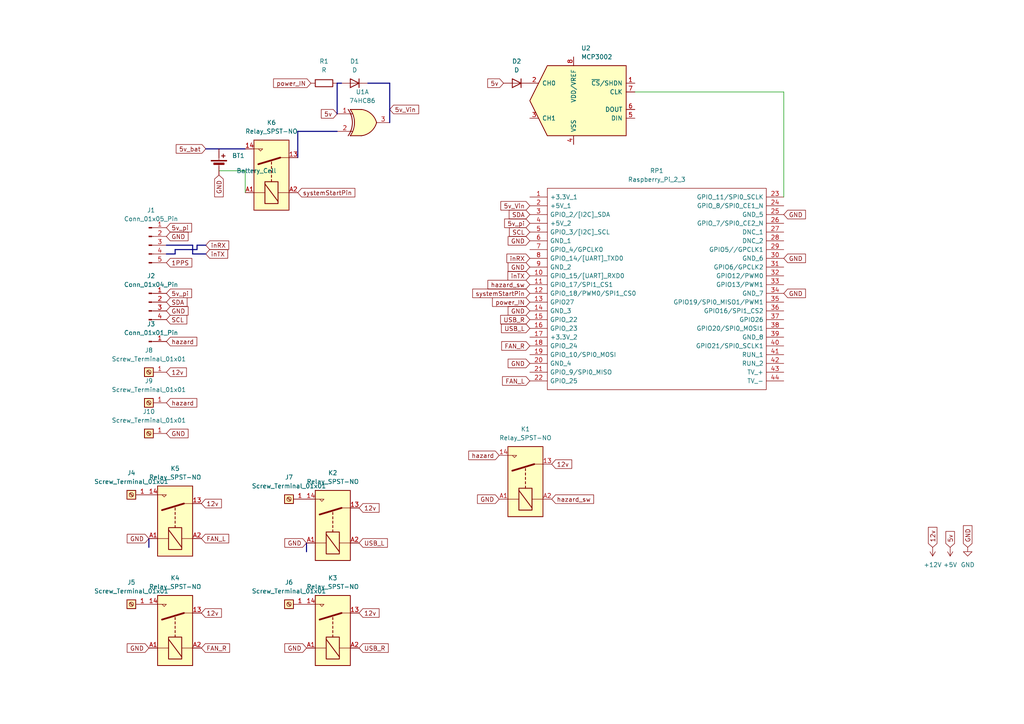
<source format=kicad_sch>
(kicad_sch (version 20230121) (generator eeschema)
  (paper "A4")
  (lib_symbols
    (symbol "74xx:74HC86" (pin_names (offset 1.016))
      (property "Reference" "U" (at 0 1.27 0))
      (property "Value" "74HC86" (at 0 -1.27 0))
      (symbol "74HC86_1_0"
        (arc (start -4.4196 -3.81) (mid -3.2033 0) (end -4.4196 3.81) (stroke (width 0.254)))
        (arc (start -3.81 -3.81) (mid -2.589 0) (end -3.81 3.81) (stroke (width 0.254)))
        (arc (start -0.6096 -3.81) (mid 2.1842 -2.5851) (end 3.81 0) (stroke (width 0.254)) (fill (type background)))
        (polyline (pts (xy -3.81 -3.81) (xy -0.635 -3.81)) (stroke (width 0.254)) (fill (type background)))
        (polyline (pts (xy -3.81 3.81) (xy -0.635 3.81)) (stroke (width 0.254)) (fill (type background)))
        (polyline (pts (xy -0.635 3.81) (xy -3.81 3.81) (xy -3.81 3.81) (xy -3.556 3.4036) (xy -3.0226 2.2606) (xy -2.6924 1.0414) (xy -2.6162 -0.254) (xy -2.7686 -1.4986) (xy -3.175 -2.7178) (xy -3.81 -3.81) (xy -3.81 -3.81) (xy -0.635 -3.81)) (stroke (width -25.4)) (fill (type background)))
        (arc (start 3.81 0) (mid 2.1915 2.5936) (end -0.6096 3.81) (stroke (width 0.254)) (fill (type background)))
        (pin input line (at -7.62 2.54 0) (length 4.445) (name "~") (number "1"))
        (pin input line (at -7.62 -2.54 0) (length 4.445) (name "~") (number "2"))
        (pin output line (at 7.62 0 180) (length 3.81) (name "~") (number "3"))
      )
      (symbol "74HC86_1_1"
        (polyline (pts (xy -3.81 -2.54) (xy -3.175 -2.54)) (stroke (width 0.1524)))
        (polyline (pts (xy -3.81 2.54) (xy -3.175 2.54)) (stroke (width 0.1524)))
      )
      (symbol "74HC86_2_0"
        (arc (start -4.4196 -3.81) (mid -3.2033 0) (end -4.4196 3.81) (stroke (width 0.254)))
        (arc (start -3.81 -3.81) (mid -2.589 0) (end -3.81 3.81) (stroke (width 0.254)))
        (arc (start -0.6096 -3.81) (mid 2.1842 -2.5851) (end 3.81 0) (stroke (width 0.254)) (fill (type background)))
        (polyline (pts (xy -3.81 -3.81) (xy -0.635 -3.81)) (stroke (width 0.254)) (fill (type background)))
        (polyline (pts (xy -3.81 3.81) (xy -0.635 3.81)) (stroke (width 0.254)) (fill (type background)))
        (polyline (pts (xy -0.635 3.81) (xy -3.81 3.81) (xy -3.81 3.81) (xy -3.556 3.4036) (xy -3.0226 2.2606) (xy -2.6924 1.0414) (xy -2.6162 -0.254) (xy -2.7686 -1.4986) (xy -3.175 -2.7178) (xy -3.81 -3.81) (xy -3.81 -3.81) (xy -0.635 -3.81)) (stroke (width -25.4)) (fill (type background)))
        (arc (start 3.81 0) (mid 2.1915 2.5936) (end -0.6096 3.81) (stroke (width 0.254)) (fill (type background)))
        (pin input line (at -7.62 2.54 0) (length 4.445) (name "~") (number "4"))
        (pin input line (at -7.62 -2.54 0) (length 4.445) (name "~") (number "5"))
        (pin output line (at 7.62 0 180) (length 3.81) (name "~") (number "6"))
      )
      (symbol "74HC86_2_1"
        (polyline (pts (xy -3.81 -2.54) (xy -3.175 -2.54)) (stroke (width 0.1524)))
        (polyline (pts (xy -3.81 2.54) (xy -3.175 2.54)) (stroke (width 0.1524)))
      )
      (symbol "74HC86_3_0"
        (arc (start -4.4196 -3.81) (mid -3.2033 0) (end -4.4196 3.81) (stroke (width 0.254)))
        (arc (start -3.81 -3.81) (mid -2.589 0) (end -3.81 3.81) (stroke (width 0.254)))
        (arc (start -0.6096 -3.81) (mid 2.1842 -2.5851) (end 3.81 0) (stroke (width 0.254)) (fill (type background)))
        (polyline (pts (xy -3.81 -3.81) (xy -0.635 -3.81)) (stroke (width 0.254)) (fill (type background)))
        (polyline (pts (xy -3.81 3.81) (xy -0.635 3.81)) (stroke (width 0.254)) (fill (type background)))
        (polyline (pts (xy -0.635 3.81) (xy -3.81 3.81) (xy -3.81 3.81) (xy -3.556 3.4036) (xy -3.0226 2.2606) (xy -2.6924 1.0414) (xy -2.6162 -0.254) (xy -2.7686 -1.4986) (xy -3.175 -2.7178) (xy -3.81 -3.81) (xy -3.81 -3.81) (xy -0.635 -3.81)) (stroke (width -25.4)) (fill (type background)))
        (arc (start 3.81 0) (mid 2.1915 2.5936) (end -0.6096 3.81) (stroke (width 0.254)) (fill (type background)))
        (pin input line (at -7.62 -2.54 0) (length 4.445) (name "~") (number "10"))
        (pin output line (at 7.62 0 180) (length 3.81) (name "~") (number "8"))
        (pin input line (at -7.62 2.54 0) (length 4.445) (name "~") (number "9"))
      )
      (symbol "74HC86_3_1"
        (polyline (pts (xy -3.81 -2.54) (xy -3.175 -2.54)) (stroke (width 0.1524)))
        (polyline (pts (xy -3.81 2.54) (xy -3.175 2.54)) (stroke (width 0.1524)))
      )
      (symbol "74HC86_4_0"
        (arc (start -4.4196 -3.81) (mid -3.2033 0) (end -4.4196 3.81) (stroke (width 0.254)))
        (arc (start -3.81 -3.81) (mid -2.589 0) (end -3.81 3.81) (stroke (width 0.254)))
        (arc (start -0.6096 -3.81) (mid 2.1842 -2.5851) (end 3.81 0) (stroke (width 0.254)) (fill (type background)))
        (polyline (pts (xy -3.81 -3.81) (xy -0.635 -3.81)) (stroke (width 0.254)) (fill (type background)))
        (polyline (pts (xy -3.81 3.81) (xy -0.635 3.81)) (stroke (width 0.254)) (fill (type background)))
        (polyline (pts (xy -0.635 3.81) (xy -3.81 3.81) (xy -3.81 3.81) (xy -3.556 3.4036) (xy -3.0226 2.2606) (xy -2.6924 1.0414) (xy -2.6162 -0.254) (xy -2.7686 -1.4986) (xy -3.175 -2.7178) (xy -3.81 -3.81) (xy -3.81 -3.81) (xy -0.635 -3.81)) (stroke (width -25.4)) (fill (type background)))
        (arc (start 3.81 0) (mid 2.1915 2.5936) (end -0.6096 3.81) (stroke (width 0.254)) (fill (type background)))
        (pin output line (at 7.62 0 180) (length 3.81) (name "~") (number "11"))
        (pin input line (at -7.62 2.54 0) (length 4.445) (name "~") (number "12"))
        (pin input line (at -7.62 -2.54 0) (length 4.445) (name "~") (number "13"))
      )
      (symbol "74HC86_4_1"
        (polyline (pts (xy -3.81 -2.54) (xy -3.175 -2.54)) (stroke (width 0.1524)))
        (polyline (pts (xy -3.81 2.54) (xy -3.175 2.54)) (stroke (width 0.1524)))
      )
      (symbol "74HC86_5_0"
        (pin power_in line (at 0 12.7 270) (length 5.08) (name "VCC") (number "14"))
        (pin power_in line (at 0 -12.7 90) (length 5.08) (name "GND") (number "7"))
      )
      (symbol "74HC86_5_1"
        (rectangle (start -5.08 7.62) (end 5.08 -7.62) (stroke (width 0.254)) (fill (type background)))
      )
    )
    (symbol "Analog_ADC:MCP3002" (pin_names (offset 1.016))
      (property "Reference" "U" (at -6.35 11.43 0))
      (property "Value" "MCP3002" (at 11.43 11.43 0))
      (symbol "MCP3002_0_1"
        (polyline (pts (xy 15.24 10.16) (xy -7.62 10.16) (xy -12.7 0) (xy -7.62 -10.16) (xy 15.24 -10.16) (xy 15.24 10.16)) (stroke (width 0.254)) (fill (type background)))
      )
      (symbol "MCP3002_1_1"
        (pin input line (at 17.78 5.08 180) (length 2.54) (name "~{CS}/SHDN") (number "1"))
        (pin passive line (at -12.7 5.08 0) (length 2.54) (name "CH0") (number "2"))
        (pin passive line (at -12.7 -5.08 0) (length 2.54) (name "CH1") (number "3"))
        (pin power_in line (at 0 -12.7 90) (length 2.54) (name "VSS") (number "4"))
        (pin input line (at 17.78 -5.08 180) (length 2.54) (name "DIN") (number "5"))
        (pin output line (at 17.78 -2.54 180) (length 2.54) (name "DOUT") (number "6"))
        (pin input line (at 17.78 2.54 180) (length 2.54) (name "CLK") (number "7"))
        (pin power_in line (at 0 12.7 270) (length 2.54) (name "VDD/VREF") (number "8"))
      )
    )
    (symbol "Connector:Conn_01x01_Pin" (pin_names (offset 1.016) hide)
      (property "Reference" "J" (at 0 2.54 0))
      (property "Value" "Conn_01x01_Pin" (at 0 -2.54 0))
      (symbol "Conn_01x01_Pin_1_1"
        (polyline (pts (xy 1.27 0) (xy 0.8636 0)) (stroke (width 0.1524)))
        (rectangle (start 0.8636 0.127) (end 0 -0.127) (stroke (width 0.1524)) (fill (type outline)))
        (pin passive line (at 5.08 0 180) (length 3.81) (name "Pin_1") (number "1"))
      )
    )
    (symbol "Connector:Conn_01x04_Pin" (pin_names (offset 1.016) hide)
      (property "Reference" "J" (at 0 5.08 0))
      (property "Value" "Conn_01x04_Pin" (at 0 -7.62 0))
      (symbol "Conn_01x04_Pin_1_1"
        (polyline (pts (xy 1.27 -5.08) (xy 0.8636 -5.08)) (stroke (width 0.1524)))
        (polyline (pts (xy 1.27 -2.54) (xy 0.8636 -2.54)) (stroke (width 0.1524)))
        (polyline (pts (xy 1.27 0) (xy 0.8636 0)) (stroke (width 0.1524)))
        (polyline (pts (xy 1.27 2.54) (xy 0.8636 2.54)) (stroke (width 0.1524)))
        (rectangle (start 0.8636 -4.953) (end 0 -5.207) (stroke (width 0.1524)) (fill (type outline)))
        (rectangle (start 0.8636 -2.413) (end 0 -2.667) (stroke (width 0.1524)) (fill (type outline)))
        (rectangle (start 0.8636 0.127) (end 0 -0.127) (stroke (width 0.1524)) (fill (type outline)))
        (rectangle (start 0.8636 2.667) (end 0 2.413) (stroke (width 0.1524)) (fill (type outline)))
        (pin passive line (at 5.08 2.54 180) (length 3.81) (name "Pin_1") (number "1"))
        (pin passive line (at 5.08 0 180) (length 3.81) (name "Pin_2") (number "2"))
        (pin passive line (at 5.08 -2.54 180) (length 3.81) (name "Pin_3") (number "3"))
        (pin passive line (at 5.08 -5.08 180) (length 3.81) (name "Pin_4") (number "4"))
      )
    )
    (symbol "Connector:Conn_01x05_Pin" (pin_names (offset 1.016) hide)
      (property "Reference" "J" (at 0 7.62 0))
      (property "Value" "Conn_01x05_Pin" (at 0 -7.62 0))
      (symbol "Conn_01x05_Pin_1_1"
        (polyline (pts (xy 1.27 -5.08) (xy 0.8636 -5.08)) (stroke (width 0.1524)))
        (polyline (pts (xy 1.27 -2.54) (xy 0.8636 -2.54)) (stroke (width 0.1524)))
        (polyline (pts (xy 1.27 0) (xy 0.8636 0)) (stroke (width 0.1524)))
        (polyline (pts (xy 1.27 2.54) (xy 0.8636 2.54)) (stroke (width 0.1524)))
        (polyline (pts (xy 1.27 5.08) (xy 0.8636 5.08)) (stroke (width 0.1524)))
        (rectangle (start 0.8636 -4.953) (end 0 -5.207) (stroke (width 0.1524)) (fill (type outline)))
        (rectangle (start 0.8636 -2.413) (end 0 -2.667) (stroke (width 0.1524)) (fill (type outline)))
        (rectangle (start 0.8636 0.127) (end 0 -0.127) (stroke (width 0.1524)) (fill (type outline)))
        (rectangle (start 0.8636 2.667) (end 0 2.413) (stroke (width 0.1524)) (fill (type outline)))
        (rectangle (start 0.8636 5.207) (end 0 4.953) (stroke (width 0.1524)) (fill (type outline)))
        (pin passive line (at 5.08 5.08 180) (length 3.81) (name "Pin_1") (number "1"))
        (pin passive line (at 5.08 2.54 180) (length 3.81) (name "Pin_2") (number "2"))
        (pin passive line (at 5.08 0 180) (length 3.81) (name "Pin_3") (number "3"))
        (pin passive line (at 5.08 -2.54 180) (length 3.81) (name "Pin_4") (number "4"))
        (pin passive line (at 5.08 -5.08 180) (length 3.81) (name "Pin_5") (number "5"))
      )
    )
    (symbol "Connector:Screw_Terminal_01x01" (pin_names (offset 1.016) hide)
      (property "Reference" "J" (at 0 2.54 0))
      (property "Value" "Screw_Terminal_01x01" (at 0 -2.54 0))
      (symbol "Screw_Terminal_01x01_1_1"
        (rectangle (start -1.27 1.27) (end 1.27 -1.27) (stroke (width 0.254)) (fill (type background)))
        (polyline (pts (xy -0.5334 0.3302) (xy 0.3302 -0.508)) (stroke (width 0.1524)))
        (polyline (pts (xy -0.3556 0.508) (xy 0.508 -0.3302)) (stroke (width 0.1524)))
        (circle (center 0 0) (radius 0.635) (stroke (width 0.1524)))
        (pin passive line (at -5.08 0 0) (length 3.81) (name "Pin_1") (number "1"))
      )
    )
    (symbol "Device:Battery_Cell" (pin_numbers hide) (pin_names (offset 0) hide)
      (property "Reference" "BT" (at 2.54 2.54 0))
      (property "Value" "Battery_Cell" (at 2.54 0 0))
      (symbol "Battery_Cell_0_1"
        (rectangle (start -2.286 1.778) (end 2.286 1.524) (fill (type outline)))
        (rectangle (start -1.524 1.016) (end 1.524 0.508) (fill (type outline)))
        (polyline (pts (xy 0 0.762) (xy 0 0)))
        (polyline (pts (xy 0 1.778) (xy 0 2.54)))
        (polyline (pts (xy 0.762 3.048) (xy 1.778 3.048)) (stroke (width 0.254)))
        (polyline (pts (xy 1.27 3.556) (xy 1.27 2.54)) (stroke (width 0.254)))
      )
      (symbol "Battery_Cell_1_1"
        (pin passive line (at 0 5.08 270) (length 2.54) (name "+") (number "1"))
        (pin passive line (at 0 -2.54 90) (length 2.54) (name "-") (number "2"))
      )
    )
    (symbol "Device:D" (pin_numbers hide) (pin_names (offset 1.016) hide)
      (property "Reference" "D" (at 0 2.54 0))
      (property "Value" "D" (at 0 -2.54 0))
      (symbol "D_0_1"
        (polyline (pts (xy -1.27 1.27) (xy -1.27 -1.27)) (stroke (width 0.254)))
        (polyline (pts (xy 1.27 0) (xy -1.27 0)))
        (polyline (pts (xy 1.27 1.27) (xy 1.27 -1.27) (xy -1.27 0) (xy 1.27 1.27)) (stroke (width 0.254)))
      )
      (symbol "D_1_1"
        (pin passive line (at -3.81 0 0) (length 2.54) (name "K") (number "1"))
        (pin passive line (at 3.81 0 180) (length 2.54) (name "A") (number "2"))
      )
    )
    (symbol "Device:R" (pin_numbers hide) (pin_names (offset 0))
      (property "Reference" "R" (at 2.032 0 90))
      (property "Value" "R" (at 0 0 90))
      (symbol "R_0_1"
        (rectangle (start -1.016 -2.54) (end 1.016 2.54) (stroke (width 0.254)))
      )
      (symbol "R_1_1"
        (pin passive line (at 0 3.81 270) (length 1.27) (name "~") (number "1"))
        (pin passive line (at 0 -3.81 90) (length 1.27) (name "~") (number "2"))
      )
    )
    (symbol "RaspberryPi4:Raspberry_Pi_2_3" (pin_names (offset 0.762))
      (property "Reference" "RP" (at 30.48 27.94 0))
      (property "Value" "Raspberry_Pi_2_3" (at 30.48 25.4 0))
      (symbol "Raspberry_Pi_2_3_0_0"
        (pin bidirectional line (at 0 0 0) (length 5.08) (name "+3.3V_1") (number "1"))
        (pin bidirectional line (at 0 -22.86 0) (length 5.08) (name "GPIO_15/[UART]_RXD0") (number "10"))
        (pin bidirectional line (at 0 -25.4 0) (length 5.08) (name "GPIO_17/SPI1_CS1") (number "11"))
        (pin bidirectional line (at 0 -27.94 0) (length 5.08) (name "GPIO_18/PWM0/SPI1_CS0") (number "12"))
        (pin bidirectional line (at 0 -30.48 0) (length 5.08) (name "GPIO27") (number "13"))
        (pin bidirectional line (at 0 -33.02 0) (length 5.08) (name "GND_3") (number "14"))
        (pin bidirectional line (at 0 -35.56 0) (length 5.08) (name "GPIO_22") (number "15"))
        (pin bidirectional line (at 0 -38.1 0) (length 5.08) (name "GPIO_23") (number "16"))
        (pin bidirectional line (at 0 -40.64 0) (length 5.08) (name "+3.3V_2") (number "17"))
        (pin bidirectional line (at 0 -43.18 0) (length 5.08) (name "GPIO_24") (number "18"))
        (pin bidirectional line (at 0 -45.72 0) (length 5.08) (name "GPIO_10/SPI0_MOSI") (number "19"))
        (pin bidirectional line (at 0 -2.54 0) (length 5.08) (name "+5V_1") (number "2"))
        (pin bidirectional line (at 0 -48.26 0) (length 5.08) (name "GND_4") (number "20"))
        (pin bidirectional line (at 0 -50.8 0) (length 5.08) (name "GPIO_9/SPI0_MISO") (number "21"))
        (pin bidirectional line (at 0 -53.34 0) (length 5.08) (name "GPIO_25") (number "22"))
        (pin bidirectional line (at 73.66 0 180) (length 5.08) (name "GPIO_11/SPI0_SCLK") (number "23"))
        (pin bidirectional line (at 73.66 -2.54 180) (length 5.08) (name "GPIO_8/SPI0_CE1_N") (number "24"))
        (pin bidirectional line (at 73.66 -5.08 180) (length 5.08) (name "GND_5") (number "25"))
        (pin bidirectional line (at 73.66 -7.62 180) (length 5.08) (name "GPIO_7/SPI0_CE2_N") (number "26"))
        (pin bidirectional line (at 73.66 -10.16 180) (length 5.08) (name "DNC_1") (number "27"))
        (pin bidirectional line (at 73.66 -12.7 180) (length 5.08) (name "DNC_2") (number "28"))
        (pin bidirectional line (at 73.66 -15.24 180) (length 5.08) (name "GPIO5//GPCLK1") (number "29"))
        (pin bidirectional line (at 0 -5.08 0) (length 5.08) (name "GPIO_2/[I2C]_SDA") (number "3"))
        (pin bidirectional line (at 73.66 -17.78 180) (length 5.08) (name "GND_6") (number "30"))
        (pin bidirectional line (at 73.66 -20.32 180) (length 5.08) (name "GPIO6/GPCLK2") (number "31"))
        (pin bidirectional line (at 73.66 -22.86 180) (length 5.08) (name "GPIO12/PWM0") (number "32"))
        (pin bidirectional line (at 73.66 -25.4 180) (length 5.08) (name "GPIO13/PWM1") (number "33"))
        (pin bidirectional line (at 73.66 -27.94 180) (length 5.08) (name "GND_7") (number "34"))
        (pin bidirectional line (at 73.66 -30.48 180) (length 5.08) (name "GPIO19/SPI0_MISO1/PWM1") (number "35"))
        (pin bidirectional line (at 73.66 -33.02 180) (length 5.08) (name "GPIO16/SPI1_CS2") (number "36"))
        (pin bidirectional line (at 73.66 -35.56 180) (length 5.08) (name "GPIO26") (number "37"))
        (pin bidirectional line (at 73.66 -38.1 180) (length 5.08) (name "GPIO20/SPI0_MOSI1") (number "38"))
        (pin bidirectional line (at 73.66 -40.64 180) (length 5.08) (name "GND_8") (number "39"))
        (pin bidirectional line (at 0 -7.62 0) (length 5.08) (name "+5V_2") (number "4"))
        (pin bidirectional line (at 73.66 -43.18 180) (length 5.08) (name "GPIO21/SPI0_SCLK1") (number "40"))
        (pin bidirectional line (at 73.66 -45.72 180) (length 5.08) (name "RUN_1") (number "41"))
        (pin bidirectional line (at 73.66 -48.26 180) (length 5.08) (name "RUN_2") (number "42"))
        (pin bidirectional line (at 73.66 -50.8 180) (length 5.08) (name "TV_+") (number "43"))
        (pin bidirectional line (at 73.66 -53.34 180) (length 5.08) (name "TV_-") (number "44"))
        (pin bidirectional line (at 0 -10.16 0) (length 5.08) (name "GPIO_3/[I2C]_SCL") (number "5"))
        (pin bidirectional line (at 0 -12.7 0) (length 5.08) (name "GND_1") (number "6"))
        (pin bidirectional line (at 0 -15.24 0) (length 5.08) (name "GPIO_4/GPCLK0") (number "7"))
        (pin bidirectional line (at 0 -17.78 0) (length 5.08) (name "GPIO_14/[UART]_TXD0") (number "8"))
        (pin bidirectional line (at 0 -20.32 0) (length 5.08) (name "GND_2") (number "9"))
      )
      (symbol "Raspberry_Pi_2_3_0_1"
        (polyline (pts (xy 5.08 2.54) (xy 68.58 2.54) (xy 68.58 -55.88) (xy 5.08 -55.88) (xy 5.08 2.54)) (stroke (width 0.1524)))
      )
    )
    (symbol "Relay:Relay_SPST-NO"
      (property "Reference" "K" (at 11.43 3.81 0))
      (property "Value" "Relay_SPST-NO" (at 11.43 1.27 0))
      (symbol "Relay_SPST-NO_0_0"
        (polyline (pts (xy 7.62 5.08) (xy 7.62 2.54) (xy 6.985 3.175) (xy 7.62 3.81)))
      )
      (symbol "Relay_SPST-NO_0_1"
        (rectangle (start -10.16 5.08) (end 10.16 -5.08) (stroke (width 0.254)) (fill (type background)))
        (rectangle (start -8.255 1.905) (end -1.905 -1.905) (stroke (width 0.254)))
        (polyline (pts (xy -7.62 -1.905) (xy -2.54 1.905)) (stroke (width 0.254)))
        (polyline (pts (xy -5.08 -5.08) (xy -5.08 -1.905)))
        (polyline (pts (xy -5.08 5.08) (xy -5.08 1.905)))
        (polyline (pts (xy -1.905 0) (xy -1.27 0)) (stroke (width 0.254)))
        (polyline (pts (xy -0.635 0) (xy 0 0)) (stroke (width 0.254)))
        (polyline (pts (xy 0.635 0) (xy 1.27 0)) (stroke (width 0.254)))
        (polyline (pts (xy 1.905 0) (xy 2.54 0)) (stroke (width 0.254)))
        (polyline (pts (xy 3.175 0) (xy 3.81 0)) (stroke (width 0.254)))
        (polyline (pts (xy 5.08 -2.54) (xy 3.175 3.81)) (stroke (width 0.508)))
        (polyline (pts (xy 5.08 -2.54) (xy 5.08 -5.08)))
      )
      (symbol "Relay_SPST-NO_1_1"
        (pin passive line (at 5.08 -7.62 90) (length 2.54) (name "~") (number "13"))
        (pin passive line (at 7.62 7.62 270) (length 2.54) (name "~") (number "14"))
        (pin passive line (at -5.08 7.62 270) (length 2.54) (name "~") (number "A1"))
        (pin passive line (at -5.08 -7.62 90) (length 2.54) (name "~") (number "A2"))
      )
    )
    (symbol "power:+12V" (power) (pin_names (offset 0))
      (property "Value" "+12V" (at 0 3.556 0))
      (symbol "+12V_0_1"
        (polyline (pts (xy -0.762 1.27) (xy 0 2.54)))
        (polyline (pts (xy 0 0) (xy 0 2.54)))
        (polyline (pts (xy 0 2.54) (xy 0.762 1.27)))
      )
      (symbol "+12V_1_1"
        (pin power_in line (at 0 0 90) (length 0) hide (name "+12V") (number "1"))
      )
    )
    (symbol "power:+5V" (power) (pin_names (offset 0))
      (property "Value" "+5V" (at 0 3.556 0))
      (symbol "+5V_0_1"
        (polyline (pts (xy -0.762 1.27) (xy 0 2.54)))
        (polyline (pts (xy 0 0) (xy 0 2.54)))
        (polyline (pts (xy 0 2.54) (xy 0.762 1.27)))
      )
      (symbol "+5V_1_1"
        (pin power_in line (at 0 0 90) (length 0) hide (name "+5V") (number "1"))
      )
    )
    (symbol "power:GND" (power) (pin_names (offset 0))
      (property "Value" "GND" (at 0 -3.81 0))
      (symbol "GND_0_1"
        (polyline (pts (xy 0 0) (xy 0 -1.27) (xy 1.27 -1.27) (xy 0 -2.54) (xy -1.27 -1.27) (xy 0 -1.27)))
      )
      (symbol "GND_1_1"
        (pin power_in line (at 0 0 270) (length 0) hide (name "GND") (number "1"))
      )
    )
  )
  (bus (pts (xy 55.88 73.66) (xy 59.69 73.66)))
  (bus (pts (xy 43.18 156.21) (xy 43.18 158.75)))
  (bus (pts (xy 57.15 71.12) (xy 59.69 71.12)))
  (bus (pts (xy 106.68 24.13) (xy 113.03 24.13)))
  (bus (pts (xy 50.8 73.66) (xy 50.8 72.39)))
  (bus (pts (xy 97.79 24.13) (xy 99.06 24.13)))
  (bus (pts (xy 88.9 157.48) (xy 88.9 160.02)))
  (bus (pts (xy 59.69 43.18) (xy 71.12 43.18)))
  (bus (pts (xy 50.8 72.39) (xy 57.15 72.39)))
  (bus (pts (xy 113.03 24.13) (xy 113.03 35.56)))
  (bus (pts (xy 48.26 73.66) (xy 50.8 73.66)))
  (bus (pts (xy 97.79 24.13) (xy 97.79 33.02)))
  (bus (pts (xy 57.15 72.39) (xy 57.15 71.12)))
  (wire (pts (xy 227.33 26.67) (xy 227.33 57.15)))
  (bus (pts (xy 86.36 45.72) (xy 86.36 38.1)))
  (wire (pts (xy 63.5 49.53) (xy 71.12 49.53)))
  (wire (pts (xy 184.15 26.67) (xy 227.33 26.67)))
  (bus (pts (xy 55.88 71.12) (xy 55.88 73.66)))
  (bus (pts (xy 48.26 71.12) (xy 55.88 71.12)))
  (bus (pts (xy 86.36 38.1) (xy 97.79 38.1)))
  (wire (pts (xy 71.12 55.88) (xy 71.12 49.53)))
  (global_label "USB_L" (shape input) (at 153.67 95.25 180) (property "Intersheetrefs" "${INTERSHEET_REFS}" (effects hide)))
  (global_label "GND" (shape input) (at 63.5 50.8 270) (property "Intersheetrefs" "${INTERSHEET_REFS}" (effects hide)))
  (global_label "12v" (shape input) (at 58.42 146.05 0) (property "Intersheetrefs" "${INTERSHEET_REFS}" (effects hide)))
  (global_label "power_IN" (shape input) (at 153.67 87.63 180) (property "Intersheetrefs" "${INTERSHEET_REFS}" (effects hide)))
  (global_label "12v" (shape input) (at 270.51 158.75 90) (property "Intersheetrefs" "${INTERSHEET_REFS}" (effects hide)))
  (global_label "FAN_L" (shape input) (at 153.67 110.49 180) (property "Intersheetrefs" "${INTERSHEET_REFS}" (effects hide)))
  (global_label "5v_pi" (shape input) (at 48.26 85.09 0) (property "Intersheetrefs" "${INTERSHEET_REFS}" (effects hide)))
  (global_label "5v_pi" (shape input) (at 153.67 64.77 180) (property "Intersheetrefs" "${INTERSHEET_REFS}" (effects hide)))
  (global_label "GND" (shape input) (at 227.33 85.09 0) (property "Intersheetrefs" "${INTERSHEET_REFS}" (effects hide)))
  (global_label "SDA" (shape input) (at 153.67 62.23 180) (property "Intersheetrefs" "${INTERSHEET_REFS}" (effects hide)))
  (global_label "GND" (shape input) (at 48.26 68.58 0) (property "Intersheetrefs" "${INTERSHEET_REFS}" (effects hide)))
  (global_label "5v" (shape input) (at 275.59 158.75 90) (property "Intersheetrefs" "${INTERSHEET_REFS}" (effects hide)))
  (global_label "USB_R" (shape input) (at 153.67 92.71 180) (property "Intersheetrefs" "${INTERSHEET_REFS}" (effects hide)))
  (global_label "inTX" (shape input) (at 153.67 80.01 180) (property "Intersheetrefs" "${INTERSHEET_REFS}" (effects hide)))
  (global_label "systemStartPin" (shape input) (at 86.36 55.88 0) (property "Intersheetrefs" "${INTERSHEET_REFS}" (effects hide)))
  (global_label "FAN_R" (shape input) (at 58.42 187.96 0) (property "Intersheetrefs" "${INTERSHEET_REFS}" (effects hide)))
  (global_label "12v" (shape input) (at 58.42 177.8 0) (property "Intersheetrefs" "${INTERSHEET_REFS}" (effects hide)))
  (global_label "5v_Vin" (shape input) (at 153.67 59.69 180) (property "Intersheetrefs" "${INTERSHEET_REFS}" (effects hide)))
  (global_label "FAN_R" (shape input) (at 153.67 100.33 180) (property "Intersheetrefs" "${INTERSHEET_REFS}" (effects hide)))
  (global_label "SCL" (shape input) (at 153.67 67.31 180) (property "Intersheetrefs" "${INTERSHEET_REFS}" (effects hide)))
  (global_label "1PPS" (shape input) (at 48.26 76.2 0) (property "Intersheetrefs" "${INTERSHEET_REFS}" (effects hide)))
  (global_label "power_IN" (shape input) (at 90.17 24.13 180) (property "Intersheetrefs" "${INTERSHEET_REFS}" (effects hide)))
  (global_label "GND" (shape input) (at 153.67 69.85 180) (property "Intersheetrefs" "${INTERSHEET_REFS}" (effects hide)))
  (global_label "hazard" (shape input) (at 48.26 116.84 0) (property "Intersheetrefs" "${INTERSHEET_REFS}" (effects hide)))
  (global_label "5v_Vin" (shape input) (at 113.03 31.75 0) (property "Intersheetrefs" "${INTERSHEET_REFS}" (effects hide)))
  (global_label "GND" (shape input) (at 227.33 74.93 0) (property "Intersheetrefs" "${INTERSHEET_REFS}" (effects hide)))
  (global_label "FAN_L" (shape input) (at 58.42 156.21 0) (property "Intersheetrefs" "${INTERSHEET_REFS}" (effects hide)))
  (global_label "GND" (shape input) (at 43.18 187.96 180) (property "Intersheetrefs" "${INTERSHEET_REFS}" (effects hide)))
  (global_label "hazard" (shape input) (at 48.26 99.06 0) (property "Intersheetrefs" "${INTERSHEET_REFS}" (effects hide)))
  (global_label "SCL" (shape input) (at 48.26 92.71 0) (property "Intersheetrefs" "${INTERSHEET_REFS}" (effects hide)))
  (global_label "12v" (shape input) (at 160.02 134.62 0) (property "Intersheetrefs" "${INTERSHEET_REFS}" (effects hide)))
  (global_label "systemStartPin" (shape input) (at 153.67 85.09 180) (property "Intersheetrefs" "${INTERSHEET_REFS}" (effects hide)))
  (global_label "GND" (shape input) (at 280.67 158.75 90) (property "Intersheetrefs" "${INTERSHEET_REFS}" (effects hide)))
  (global_label "GND" (shape input) (at 48.26 90.17 0) (property "Intersheetrefs" "${INTERSHEET_REFS}" (effects hide)))
  (global_label "GND" (shape input) (at 88.9 157.48 180) (property "Intersheetrefs" "${INTERSHEET_REFS}" (effects hide)))
  (global_label "12v" (shape input) (at 104.14 147.32 0) (property "Intersheetrefs" "${INTERSHEET_REFS}" (effects hide)))
  (global_label "SDA" (shape input) (at 48.26 87.63 0) (property "Intersheetrefs" "${INTERSHEET_REFS}" (effects hide)))
  (global_label "12v" (shape input) (at 104.14 177.8 0) (property "Intersheetrefs" "${INTERSHEET_REFS}" (effects hide)))
  (global_label "GND" (shape input) (at 48.26 125.73 0) (property "Intersheetrefs" "${INTERSHEET_REFS}" (effects hide)))
  (global_label "inRX" (shape input) (at 153.67 74.93 180) (property "Intersheetrefs" "${INTERSHEET_REFS}" (effects hide)))
  (global_label "GND" (shape input) (at 144.78 144.78 180) (property "Intersheetrefs" "${INTERSHEET_REFS}" (effects hide)))
  (global_label "USB_R" (shape input) (at 104.14 187.96 0) (property "Intersheetrefs" "${INTERSHEET_REFS}" (effects hide)))
  (global_label "inTX" (shape input) (at 59.69 73.66 0) (property "Intersheetrefs" "${INTERSHEET_REFS}" (effects hide)))
  (global_label "5v" (shape input) (at 97.79 33.02 180) (property "Intersheetrefs" "${INTERSHEET_REFS}" (effects hide)))
  (global_label "GND" (shape input) (at 153.67 105.41 180) (property "Intersheetrefs" "${INTERSHEET_REFS}" (effects hide)))
  (global_label "hazard_sw" (shape input) (at 153.67 82.55 180) (property "Intersheetrefs" "${INTERSHEET_REFS}" (effects hide)))
  (global_label "5v_bat" (shape input) (at 59.69 43.18 180) (property "Intersheetrefs" "${INTERSHEET_REFS}" (effects hide)))
  (global_label "GND" (shape input) (at 153.67 77.47 180) (property "Intersheetrefs" "${INTERSHEET_REFS}" (effects hide)))
  (global_label "5v_pi" (shape input) (at 48.26 66.04 0) (property "Intersheetrefs" "${INTERSHEET_REFS}" (effects hide)))
  (global_label "USB_L" (shape input) (at 104.14 157.48 0) (property "Intersheetrefs" "${INTERSHEET_REFS}" (effects hide)))
  (global_label "GND" (shape input) (at 153.67 90.17 180) (property "Intersheetrefs" "${INTERSHEET_REFS}" (effects hide)))
  (global_label "inRX" (shape input) (at 59.69 71.12 0) (property "Intersheetrefs" "${INTERSHEET_REFS}" (effects hide)))
  (global_label "5v" (shape input) (at 146.05 24.13 180) (property "Intersheetrefs" "${INTERSHEET_REFS}" (effects hide)))
  (global_label "hazard" (shape input) (at 144.78 132.08 180) (property "Intersheetrefs" "${INTERSHEET_REFS}" (effects hide)))
  (global_label "GND" (shape input) (at 43.18 156.21 180) (property "Intersheetrefs" "${INTERSHEET_REFS}" (effects hide)))
  (global_label "GND" (shape input) (at 88.9 187.96 180) (property "Intersheetrefs" "${INTERSHEET_REFS}" (effects hide)))
  (global_label "hazard_sw" (shape input) (at 160.02 144.78 0) (property "Intersheetrefs" "${INTERSHEET_REFS}" (effects hide)))
  (global_label "GND" (shape input) (at 227.33 62.23 0) (property "Intersheetrefs" "${INTERSHEET_REFS}" (effects hide)))
  (global_label "12v" (shape input) (at 48.26 107.95 0) (property "Intersheetrefs" "${INTERSHEET_REFS}" (effects hide)))
  (symbol (lib_id "Connector:Conn_01x04_Pin") (at 43.18 87.63 0) (unit 1)
    (property "Reference" "J2" (at 43.815 80.01 0))
    (property "Value" "Conn_01x04_Pin" (at 43.815 82.55 0))
  )
  (symbol (lib_id "RaspberryPi4:Raspberry_Pi_2_3") (at 153.67 57.15 0) (unit 1)
    (property "Reference" "RP1" (at 190.5 49.53 0))
    (property "Value" "Raspberry_Pi_2_3" (at 190.5 52.07 0))
    (property "Footprint" "RASPBERRYPI" (effects hide))
    (property "Datasheet" "https://cdn.sparkfun.com/assets/learn_tutorials/6/7/6/PiZero_1.pdf" (effects hide))
    (property "Description" "Raspberry Pi Zero 2 or 3 Single-board Computers" (effects hide))
    (property "Manufacturer_Name" "RASPBERRY-PI" (effects hide))
    (property "Manufacturer_Part_Number" "Raspberry Pi 2 or 3" (effects hide))
  )
  (symbol (lib_id "Connector:Screw_Terminal_01x01") (at 43.18 116.84 180) (unit 1)
    (property "Reference" "J9" (at 43.18 110.49 0))
    (property "Value" "Screw_Terminal_01x01" (at 43.18 113.03 0))
  )
  (symbol (lib_id "Connector:Conn_01x01_Pin") (at 43.18 99.06 0) (unit 1)
    (property "Reference" "J3" (at 43.815 93.98 0))
    (property "Value" "Conn_01x01_Pin" (at 43.815 96.52 0))
  )
  (symbol (lib_id "power:GND") (at 280.67 158.75 0) (unit 1)
    (property "Reference" "#PWR01" (effects hide))
    (property "Value" "GND" (at 280.67 163.83 0))
  )
  (symbol (lib_id "power:+12V") (at 270.51 158.75 180) (unit 1)
    (property "Reference" "#PWR03" (effects hide))
    (property "Value" "+12V" (at 270.51 163.83 0))
  )
  (symbol (lib_id "Connector:Conn_01x05_Pin") (at 43.18 71.12 0) (unit 1)
    (property "Reference" "J1" (at 43.815 60.96 0))
    (property "Value" "Conn_01x05_Pin" (at 43.815 63.5 0))
  )
  (symbol (lib_id "Connector:Screw_Terminal_01x01") (at 38.1 143.51 180) (unit 1)
    (property "Reference" "J4" (at 38.1 137.16 0))
    (property "Value" "Screw_Terminal_01x01" (at 38.1 139.7 0))
  )
  (symbol (lib_id "Connector:Screw_Terminal_01x01") (at 38.1 175.26 180) (unit 1)
    (property "Reference" "J5" (at 38.1 168.91 0))
    (property "Value" "Screw_Terminal_01x01" (at 38.1 171.45 0))
  )
  (symbol (lib_id "Device:D") (at 149.86 24.13 180) (unit 1)
    (property "Reference" "D2" (at 149.86 17.78 0))
    (property "Value" "D" (at 149.86 20.32 0))
    (property "Sim.Device" "D" (effects hide))
    (property "Sim.Pins" "1=K 2=A" (effects hide))
  )
  (symbol (lib_id "Relay:Relay_SPST-NO") (at 50.8 182.88 90) (unit 1)
    (property "Reference" "K4" (at 50.8 167.64 90))
    (property "Value" "Relay_SPST-NO" (at 50.8 170.18 90))
  )
  (symbol (lib_id "Device:Battery_Cell") (at 63.5 48.26 0) (unit 1)
    (property "Reference" "BT1" (at 67.31 45.1485 0) (effects (justify left)))
    (property "Value" "Battery_Cell" (at 68.58 49.53 0) (effects (justify left)))
  )
  (symbol (lib_id "Relay:Relay_SPST-NO") (at 50.8 151.13 90) (unit 1)
    (property "Reference" "K5" (at 50.8 135.89 90))
    (property "Value" "Relay_SPST-NO" (at 50.8 138.43 90))
  )
  (symbol (lib_id "Relay:Relay_SPST-NO") (at 78.74 50.8 90) (unit 1)
    (property "Reference" "K6" (at 78.74 35.56 90))
    (property "Value" "Relay_SPST-NO" (at 78.74 38.1 90))
  )
  (symbol (lib_id "Relay:Relay_SPST-NO") (at 96.52 182.88 90) (unit 1)
    (property "Reference" "K3" (at 96.52 167.64 90))
    (property "Value" "Relay_SPST-NO" (at 96.52 170.18 90))
  )
  (symbol (lib_id "Connector:Screw_Terminal_01x01") (at 83.82 175.26 180) (unit 1)
    (property "Reference" "J6" (at 83.82 168.91 0))
    (property "Value" "Screw_Terminal_01x01" (at 83.82 171.45 0))
  )
  (symbol (lib_id "Connector:Screw_Terminal_01x01") (at 43.18 125.73 180) (unit 1)
    (property "Reference" "J10" (at 43.18 119.38 0))
    (property "Value" "Screw_Terminal_01x01" (at 43.18 121.92 0))
  )
  (symbol (lib_id "Device:R") (at 93.98 24.13 90) (unit 1)
    (property "Reference" "R1" (at 93.98 17.78 90))
    (property "Value" "R" (at 93.98 20.32 90))
  )
  (symbol (lib_id "Connector:Screw_Terminal_01x01") (at 83.82 144.78 180) (unit 1)
    (property "Reference" "J7" (at 83.82 138.43 0))
    (property "Value" "Screw_Terminal_01x01" (at 83.82 140.97 0))
  )
  (symbol (lib_id "Connector:Screw_Terminal_01x01") (at 43.18 107.95 180) (unit 1)
    (property "Reference" "J8" (at 43.18 101.6 0))
    (property "Value" "Screw_Terminal_01x01" (at 43.18 104.14 0))
  )
  (symbol (lib_id "Device:D") (at 102.87 24.13 180) (unit 1)
    (property "Reference" "D1" (at 102.87 17.78 0))
    (property "Value" "D" (at 102.87 20.32 0))
    (property "Sim.Device" "D" (effects hide))
    (property "Sim.Pins" "1=K 2=A" (effects hide))
  )
  (symbol (lib_id "Analog_ADC:MCP3002") (at 166.37 29.21 0) (unit 1)
    (property "Reference" "U2" (at 168.5641 13.97 0) (effects (justify left)))
    (property "Value" "MCP3002" (at 168.5641 16.51 0) (effects (justify left)))
    (property "Datasheet" "http://ww1.microchip.com/downloads/en/DeviceDoc/21294E.pdf" (effects hide))
  )
  (symbol (lib_id "74xx:74HC86") (at 105.41 35.56 0) (unit 1)
    (property "Reference" "U1" (at 105.1052 26.67 0))
    (property "Value" "74HC86" (at 105.1052 29.21 0))
    (property "Datasheet" "http://www.ti.com/lit/gpn/sn74HC86" (effects hide))
  )
  (symbol (lib_id "power:+5V") (at 275.59 158.75 180) (unit 1)
    (property "Reference" "#PWR02" (effects hide))
    (property "Value" "+5V" (at 275.59 163.83 0))
  )
  (symbol (lib_id "Relay:Relay_SPST-NO") (at 152.4 139.7 90) (unit 1)
    (property "Reference" "K1" (at 152.4 124.46 90))
    (property "Value" "Relay_SPST-NO" (at 152.4 127 90))
  )
  (symbol (lib_id "Relay:Relay_SPST-NO") (at 96.52 152.4 90) (unit 1)
    (property "Reference" "K2" (at 96.52 137.16 90))
    (property "Value" "Relay_SPST-NO" (at 96.52 139.7 90))
  )
)
</source>
